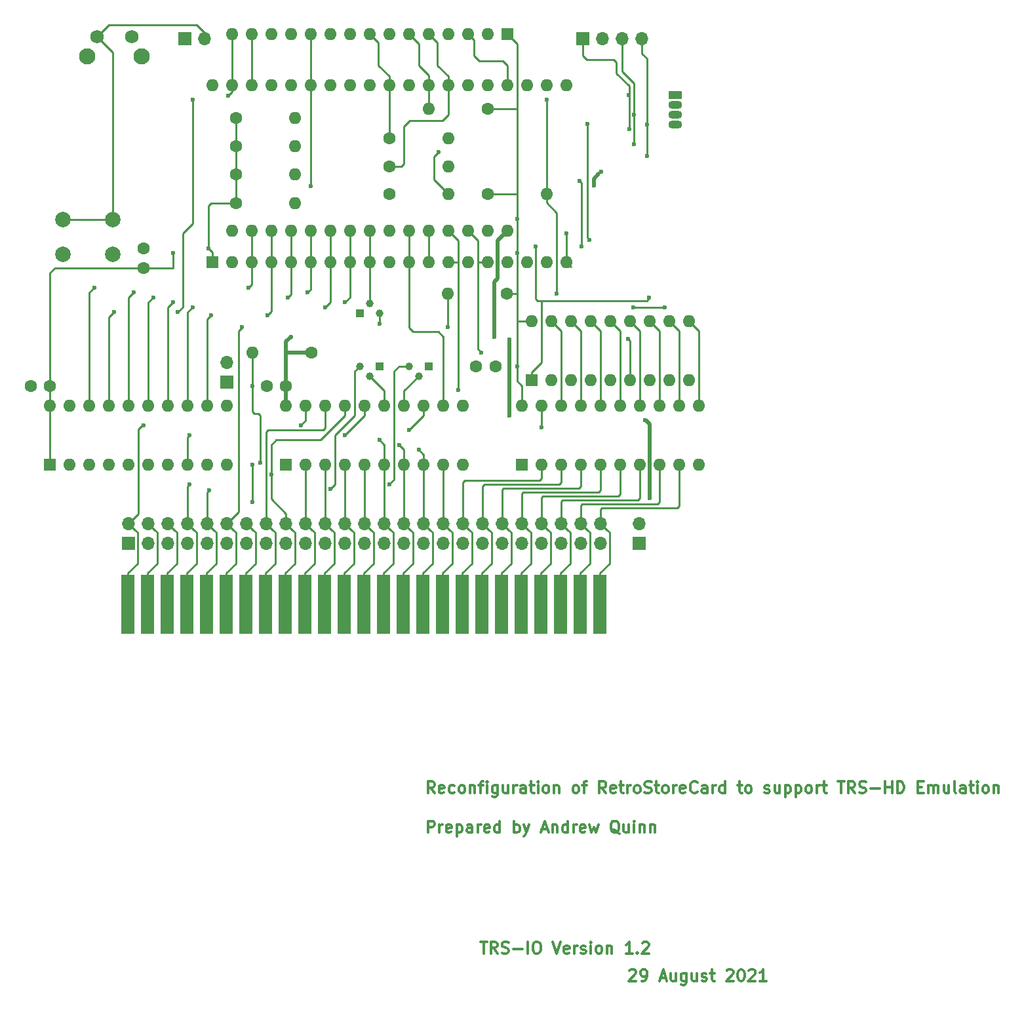
<source format=gbr>
G04 #@! TF.GenerationSoftware,KiCad,Pcbnew,(5.1.5)-3*
G04 #@! TF.CreationDate,2021-08-29T18:58:39+12:00*
G04 #@! TF.ProjectId,TRSIO,54525349-4f2e-46b6-9963-61645f706362,rev?*
G04 #@! TF.SameCoordinates,Original*
G04 #@! TF.FileFunction,Copper,L1,Top*
G04 #@! TF.FilePolarity,Positive*
%FSLAX46Y46*%
G04 Gerber Fmt 4.6, Leading zero omitted, Abs format (unit mm)*
G04 Created by KiCad (PCBNEW (5.1.5)-3) date 2021-08-29 18:58:39*
%MOMM*%
%LPD*%
G04 APERTURE LIST*
%ADD10C,0.300000*%
%ADD11R,1.600000X1.600000*%
%ADD12O,1.600000X1.600000*%
%ADD13C,1.600000*%
%ADD14R,1.800000X1.070000*%
%ADD15O,1.800000X1.070000*%
%ADD16C,1.000000*%
%ADD17R,1.000000X1.000000*%
%ADD18C,2.000000*%
%ADD19R,1.700000X1.700000*%
%ADD20O,1.700000X1.700000*%
%ADD21C,2.100000*%
%ADD22C,1.750000*%
%ADD23R,1.778000X7.620000*%
%ADD24C,0.600000*%
%ADD25C,0.250000*%
%ADD26C,0.500000*%
G04 APERTURE END LIST*
D10*
X180479285Y-169451571D02*
X179979285Y-168737285D01*
X179622142Y-169451571D02*
X179622142Y-167951571D01*
X180193571Y-167951571D01*
X180336428Y-168023000D01*
X180407857Y-168094428D01*
X180479285Y-168237285D01*
X180479285Y-168451571D01*
X180407857Y-168594428D01*
X180336428Y-168665857D01*
X180193571Y-168737285D01*
X179622142Y-168737285D01*
X181693571Y-169380142D02*
X181550714Y-169451571D01*
X181265000Y-169451571D01*
X181122142Y-169380142D01*
X181050714Y-169237285D01*
X181050714Y-168665857D01*
X181122142Y-168523000D01*
X181265000Y-168451571D01*
X181550714Y-168451571D01*
X181693571Y-168523000D01*
X181765000Y-168665857D01*
X181765000Y-168808714D01*
X181050714Y-168951571D01*
X183050714Y-169380142D02*
X182907857Y-169451571D01*
X182622142Y-169451571D01*
X182479285Y-169380142D01*
X182407857Y-169308714D01*
X182336428Y-169165857D01*
X182336428Y-168737285D01*
X182407857Y-168594428D01*
X182479285Y-168523000D01*
X182622142Y-168451571D01*
X182907857Y-168451571D01*
X183050714Y-168523000D01*
X183907857Y-169451571D02*
X183765000Y-169380142D01*
X183693571Y-169308714D01*
X183622142Y-169165857D01*
X183622142Y-168737285D01*
X183693571Y-168594428D01*
X183765000Y-168523000D01*
X183907857Y-168451571D01*
X184122142Y-168451571D01*
X184265000Y-168523000D01*
X184336428Y-168594428D01*
X184407857Y-168737285D01*
X184407857Y-169165857D01*
X184336428Y-169308714D01*
X184265000Y-169380142D01*
X184122142Y-169451571D01*
X183907857Y-169451571D01*
X185050714Y-168451571D02*
X185050714Y-169451571D01*
X185050714Y-168594428D02*
X185122142Y-168523000D01*
X185265000Y-168451571D01*
X185479285Y-168451571D01*
X185622142Y-168523000D01*
X185693571Y-168665857D01*
X185693571Y-169451571D01*
X186193571Y-168451571D02*
X186765000Y-168451571D01*
X186407857Y-169451571D02*
X186407857Y-168165857D01*
X186479285Y-168023000D01*
X186622142Y-167951571D01*
X186765000Y-167951571D01*
X187265000Y-169451571D02*
X187265000Y-168451571D01*
X187265000Y-167951571D02*
X187193571Y-168023000D01*
X187265000Y-168094428D01*
X187336428Y-168023000D01*
X187265000Y-167951571D01*
X187265000Y-168094428D01*
X188622142Y-168451571D02*
X188622142Y-169665857D01*
X188550714Y-169808714D01*
X188479285Y-169880142D01*
X188336428Y-169951571D01*
X188122142Y-169951571D01*
X187979285Y-169880142D01*
X188622142Y-169380142D02*
X188479285Y-169451571D01*
X188193571Y-169451571D01*
X188050714Y-169380142D01*
X187979285Y-169308714D01*
X187907857Y-169165857D01*
X187907857Y-168737285D01*
X187979285Y-168594428D01*
X188050714Y-168523000D01*
X188193571Y-168451571D01*
X188479285Y-168451571D01*
X188622142Y-168523000D01*
X189979285Y-168451571D02*
X189979285Y-169451571D01*
X189336428Y-168451571D02*
X189336428Y-169237285D01*
X189407857Y-169380142D01*
X189550714Y-169451571D01*
X189765000Y-169451571D01*
X189907857Y-169380142D01*
X189979285Y-169308714D01*
X190693571Y-169451571D02*
X190693571Y-168451571D01*
X190693571Y-168737285D02*
X190765000Y-168594428D01*
X190836428Y-168523000D01*
X190979285Y-168451571D01*
X191122142Y-168451571D01*
X192265000Y-169451571D02*
X192265000Y-168665857D01*
X192193571Y-168523000D01*
X192050714Y-168451571D01*
X191765000Y-168451571D01*
X191622142Y-168523000D01*
X192265000Y-169380142D02*
X192122142Y-169451571D01*
X191765000Y-169451571D01*
X191622142Y-169380142D01*
X191550714Y-169237285D01*
X191550714Y-169094428D01*
X191622142Y-168951571D01*
X191765000Y-168880142D01*
X192122142Y-168880142D01*
X192265000Y-168808714D01*
X192765000Y-168451571D02*
X193336428Y-168451571D01*
X192979285Y-167951571D02*
X192979285Y-169237285D01*
X193050714Y-169380142D01*
X193193571Y-169451571D01*
X193336428Y-169451571D01*
X193836428Y-169451571D02*
X193836428Y-168451571D01*
X193836428Y-167951571D02*
X193765000Y-168023000D01*
X193836428Y-168094428D01*
X193907857Y-168023000D01*
X193836428Y-167951571D01*
X193836428Y-168094428D01*
X194765000Y-169451571D02*
X194622142Y-169380142D01*
X194550714Y-169308714D01*
X194479285Y-169165857D01*
X194479285Y-168737285D01*
X194550714Y-168594428D01*
X194622142Y-168523000D01*
X194765000Y-168451571D01*
X194979285Y-168451571D01*
X195122142Y-168523000D01*
X195193571Y-168594428D01*
X195265000Y-168737285D01*
X195265000Y-169165857D01*
X195193571Y-169308714D01*
X195122142Y-169380142D01*
X194979285Y-169451571D01*
X194765000Y-169451571D01*
X195907857Y-168451571D02*
X195907857Y-169451571D01*
X195907857Y-168594428D02*
X195979285Y-168523000D01*
X196122142Y-168451571D01*
X196336428Y-168451571D01*
X196479285Y-168523000D01*
X196550714Y-168665857D01*
X196550714Y-169451571D01*
X198622142Y-169451571D02*
X198479285Y-169380142D01*
X198407857Y-169308714D01*
X198336428Y-169165857D01*
X198336428Y-168737285D01*
X198407857Y-168594428D01*
X198479285Y-168523000D01*
X198622142Y-168451571D01*
X198836428Y-168451571D01*
X198979285Y-168523000D01*
X199050714Y-168594428D01*
X199122142Y-168737285D01*
X199122142Y-169165857D01*
X199050714Y-169308714D01*
X198979285Y-169380142D01*
X198836428Y-169451571D01*
X198622142Y-169451571D01*
X199550714Y-168451571D02*
X200122142Y-168451571D01*
X199765000Y-169451571D02*
X199765000Y-168165857D01*
X199836428Y-168023000D01*
X199979285Y-167951571D01*
X200122142Y-167951571D01*
X202622142Y-169451571D02*
X202122142Y-168737285D01*
X201765000Y-169451571D02*
X201765000Y-167951571D01*
X202336428Y-167951571D01*
X202479285Y-168023000D01*
X202550714Y-168094428D01*
X202622142Y-168237285D01*
X202622142Y-168451571D01*
X202550714Y-168594428D01*
X202479285Y-168665857D01*
X202336428Y-168737285D01*
X201765000Y-168737285D01*
X203836428Y-169380142D02*
X203693571Y-169451571D01*
X203407857Y-169451571D01*
X203265000Y-169380142D01*
X203193571Y-169237285D01*
X203193571Y-168665857D01*
X203265000Y-168523000D01*
X203407857Y-168451571D01*
X203693571Y-168451571D01*
X203836428Y-168523000D01*
X203907857Y-168665857D01*
X203907857Y-168808714D01*
X203193571Y-168951571D01*
X204336428Y-168451571D02*
X204907857Y-168451571D01*
X204550714Y-167951571D02*
X204550714Y-169237285D01*
X204622142Y-169380142D01*
X204765000Y-169451571D01*
X204907857Y-169451571D01*
X205407857Y-169451571D02*
X205407857Y-168451571D01*
X205407857Y-168737285D02*
X205479285Y-168594428D01*
X205550714Y-168523000D01*
X205693571Y-168451571D01*
X205836428Y-168451571D01*
X206550714Y-169451571D02*
X206407857Y-169380142D01*
X206336428Y-169308714D01*
X206265000Y-169165857D01*
X206265000Y-168737285D01*
X206336428Y-168594428D01*
X206407857Y-168523000D01*
X206550714Y-168451571D01*
X206765000Y-168451571D01*
X206907857Y-168523000D01*
X206979285Y-168594428D01*
X207050714Y-168737285D01*
X207050714Y-169165857D01*
X206979285Y-169308714D01*
X206907857Y-169380142D01*
X206765000Y-169451571D01*
X206550714Y-169451571D01*
X207622142Y-169380142D02*
X207836428Y-169451571D01*
X208193571Y-169451571D01*
X208336428Y-169380142D01*
X208407857Y-169308714D01*
X208479285Y-169165857D01*
X208479285Y-169023000D01*
X208407857Y-168880142D01*
X208336428Y-168808714D01*
X208193571Y-168737285D01*
X207907857Y-168665857D01*
X207765000Y-168594428D01*
X207693571Y-168523000D01*
X207622142Y-168380142D01*
X207622142Y-168237285D01*
X207693571Y-168094428D01*
X207765000Y-168023000D01*
X207907857Y-167951571D01*
X208265000Y-167951571D01*
X208479285Y-168023000D01*
X208907857Y-168451571D02*
X209479285Y-168451571D01*
X209122142Y-167951571D02*
X209122142Y-169237285D01*
X209193571Y-169380142D01*
X209336428Y-169451571D01*
X209479285Y-169451571D01*
X210193571Y-169451571D02*
X210050714Y-169380142D01*
X209979285Y-169308714D01*
X209907857Y-169165857D01*
X209907857Y-168737285D01*
X209979285Y-168594428D01*
X210050714Y-168523000D01*
X210193571Y-168451571D01*
X210407857Y-168451571D01*
X210550714Y-168523000D01*
X210622142Y-168594428D01*
X210693571Y-168737285D01*
X210693571Y-169165857D01*
X210622142Y-169308714D01*
X210550714Y-169380142D01*
X210407857Y-169451571D01*
X210193571Y-169451571D01*
X211336428Y-169451571D02*
X211336428Y-168451571D01*
X211336428Y-168737285D02*
X211407857Y-168594428D01*
X211479285Y-168523000D01*
X211622142Y-168451571D01*
X211765000Y-168451571D01*
X212836428Y-169380142D02*
X212693571Y-169451571D01*
X212407857Y-169451571D01*
X212265000Y-169380142D01*
X212193571Y-169237285D01*
X212193571Y-168665857D01*
X212265000Y-168523000D01*
X212407857Y-168451571D01*
X212693571Y-168451571D01*
X212836428Y-168523000D01*
X212907857Y-168665857D01*
X212907857Y-168808714D01*
X212193571Y-168951571D01*
X214407857Y-169308714D02*
X214336428Y-169380142D01*
X214122142Y-169451571D01*
X213979285Y-169451571D01*
X213765000Y-169380142D01*
X213622142Y-169237285D01*
X213550714Y-169094428D01*
X213479285Y-168808714D01*
X213479285Y-168594428D01*
X213550714Y-168308714D01*
X213622142Y-168165857D01*
X213765000Y-168023000D01*
X213979285Y-167951571D01*
X214122142Y-167951571D01*
X214336428Y-168023000D01*
X214407857Y-168094428D01*
X215693571Y-169451571D02*
X215693571Y-168665857D01*
X215622142Y-168523000D01*
X215479285Y-168451571D01*
X215193571Y-168451571D01*
X215050714Y-168523000D01*
X215693571Y-169380142D02*
X215550714Y-169451571D01*
X215193571Y-169451571D01*
X215050714Y-169380142D01*
X214979285Y-169237285D01*
X214979285Y-169094428D01*
X215050714Y-168951571D01*
X215193571Y-168880142D01*
X215550714Y-168880142D01*
X215693571Y-168808714D01*
X216407857Y-169451571D02*
X216407857Y-168451571D01*
X216407857Y-168737285D02*
X216479285Y-168594428D01*
X216550714Y-168523000D01*
X216693571Y-168451571D01*
X216836428Y-168451571D01*
X217979285Y-169451571D02*
X217979285Y-167951571D01*
X217979285Y-169380142D02*
X217836428Y-169451571D01*
X217550714Y-169451571D01*
X217407857Y-169380142D01*
X217336428Y-169308714D01*
X217265000Y-169165857D01*
X217265000Y-168737285D01*
X217336428Y-168594428D01*
X217407857Y-168523000D01*
X217550714Y-168451571D01*
X217836428Y-168451571D01*
X217979285Y-168523000D01*
X219622142Y-168451571D02*
X220193571Y-168451571D01*
X219836428Y-167951571D02*
X219836428Y-169237285D01*
X219907857Y-169380142D01*
X220050714Y-169451571D01*
X220193571Y-169451571D01*
X220907857Y-169451571D02*
X220765000Y-169380142D01*
X220693571Y-169308714D01*
X220622142Y-169165857D01*
X220622142Y-168737285D01*
X220693571Y-168594428D01*
X220765000Y-168523000D01*
X220907857Y-168451571D01*
X221122142Y-168451571D01*
X221265000Y-168523000D01*
X221336428Y-168594428D01*
X221407857Y-168737285D01*
X221407857Y-169165857D01*
X221336428Y-169308714D01*
X221265000Y-169380142D01*
X221122142Y-169451571D01*
X220907857Y-169451571D01*
X223122142Y-169380142D02*
X223265000Y-169451571D01*
X223550714Y-169451571D01*
X223693571Y-169380142D01*
X223765000Y-169237285D01*
X223765000Y-169165857D01*
X223693571Y-169023000D01*
X223550714Y-168951571D01*
X223336428Y-168951571D01*
X223193571Y-168880142D01*
X223122142Y-168737285D01*
X223122142Y-168665857D01*
X223193571Y-168523000D01*
X223336428Y-168451571D01*
X223550714Y-168451571D01*
X223693571Y-168523000D01*
X225050714Y-168451571D02*
X225050714Y-169451571D01*
X224407857Y-168451571D02*
X224407857Y-169237285D01*
X224479285Y-169380142D01*
X224622142Y-169451571D01*
X224836428Y-169451571D01*
X224979285Y-169380142D01*
X225050714Y-169308714D01*
X225765000Y-168451571D02*
X225765000Y-169951571D01*
X225765000Y-168523000D02*
X225907857Y-168451571D01*
X226193571Y-168451571D01*
X226336428Y-168523000D01*
X226407857Y-168594428D01*
X226479285Y-168737285D01*
X226479285Y-169165857D01*
X226407857Y-169308714D01*
X226336428Y-169380142D01*
X226193571Y-169451571D01*
X225907857Y-169451571D01*
X225765000Y-169380142D01*
X227122142Y-168451571D02*
X227122142Y-169951571D01*
X227122142Y-168523000D02*
X227265000Y-168451571D01*
X227550714Y-168451571D01*
X227693571Y-168523000D01*
X227765000Y-168594428D01*
X227836428Y-168737285D01*
X227836428Y-169165857D01*
X227765000Y-169308714D01*
X227693571Y-169380142D01*
X227550714Y-169451571D01*
X227265000Y-169451571D01*
X227122142Y-169380142D01*
X228693571Y-169451571D02*
X228550714Y-169380142D01*
X228479285Y-169308714D01*
X228407857Y-169165857D01*
X228407857Y-168737285D01*
X228479285Y-168594428D01*
X228550714Y-168523000D01*
X228693571Y-168451571D01*
X228907857Y-168451571D01*
X229050714Y-168523000D01*
X229122142Y-168594428D01*
X229193571Y-168737285D01*
X229193571Y-169165857D01*
X229122142Y-169308714D01*
X229050714Y-169380142D01*
X228907857Y-169451571D01*
X228693571Y-169451571D01*
X229836428Y-169451571D02*
X229836428Y-168451571D01*
X229836428Y-168737285D02*
X229907857Y-168594428D01*
X229979285Y-168523000D01*
X230122142Y-168451571D01*
X230265000Y-168451571D01*
X230550714Y-168451571D02*
X231122142Y-168451571D01*
X230765000Y-167951571D02*
X230765000Y-169237285D01*
X230836428Y-169380142D01*
X230979285Y-169451571D01*
X231122142Y-169451571D01*
X232550714Y-167951571D02*
X233407857Y-167951571D01*
X232979285Y-169451571D02*
X232979285Y-167951571D01*
X234765000Y-169451571D02*
X234265000Y-168737285D01*
X233907857Y-169451571D02*
X233907857Y-167951571D01*
X234479285Y-167951571D01*
X234622142Y-168023000D01*
X234693571Y-168094428D01*
X234765000Y-168237285D01*
X234765000Y-168451571D01*
X234693571Y-168594428D01*
X234622142Y-168665857D01*
X234479285Y-168737285D01*
X233907857Y-168737285D01*
X235336428Y-169380142D02*
X235550714Y-169451571D01*
X235907857Y-169451571D01*
X236050714Y-169380142D01*
X236122142Y-169308714D01*
X236193571Y-169165857D01*
X236193571Y-169023000D01*
X236122142Y-168880142D01*
X236050714Y-168808714D01*
X235907857Y-168737285D01*
X235622142Y-168665857D01*
X235479285Y-168594428D01*
X235407857Y-168523000D01*
X235336428Y-168380142D01*
X235336428Y-168237285D01*
X235407857Y-168094428D01*
X235479285Y-168023000D01*
X235622142Y-167951571D01*
X235979285Y-167951571D01*
X236193571Y-168023000D01*
X236836428Y-168880142D02*
X237979285Y-168880142D01*
X238693571Y-169451571D02*
X238693571Y-167951571D01*
X238693571Y-168665857D02*
X239550714Y-168665857D01*
X239550714Y-169451571D02*
X239550714Y-167951571D01*
X240265000Y-169451571D02*
X240265000Y-167951571D01*
X240622142Y-167951571D01*
X240836428Y-168023000D01*
X240979285Y-168165857D01*
X241050714Y-168308714D01*
X241122142Y-168594428D01*
X241122142Y-168808714D01*
X241050714Y-169094428D01*
X240979285Y-169237285D01*
X240836428Y-169380142D01*
X240622142Y-169451571D01*
X240265000Y-169451571D01*
X242907857Y-168665857D02*
X243407857Y-168665857D01*
X243622142Y-169451571D02*
X242907857Y-169451571D01*
X242907857Y-167951571D01*
X243622142Y-167951571D01*
X244265000Y-169451571D02*
X244265000Y-168451571D01*
X244265000Y-168594428D02*
X244336428Y-168523000D01*
X244479285Y-168451571D01*
X244693571Y-168451571D01*
X244836428Y-168523000D01*
X244907857Y-168665857D01*
X244907857Y-169451571D01*
X244907857Y-168665857D02*
X244979285Y-168523000D01*
X245122142Y-168451571D01*
X245336428Y-168451571D01*
X245479285Y-168523000D01*
X245550714Y-168665857D01*
X245550714Y-169451571D01*
X246907857Y-168451571D02*
X246907857Y-169451571D01*
X246265000Y-168451571D02*
X246265000Y-169237285D01*
X246336428Y-169380142D01*
X246479285Y-169451571D01*
X246693571Y-169451571D01*
X246836428Y-169380142D01*
X246907857Y-169308714D01*
X247836428Y-169451571D02*
X247693571Y-169380142D01*
X247622142Y-169237285D01*
X247622142Y-167951571D01*
X249050714Y-169451571D02*
X249050714Y-168665857D01*
X248979285Y-168523000D01*
X248836428Y-168451571D01*
X248550714Y-168451571D01*
X248407857Y-168523000D01*
X249050714Y-169380142D02*
X248907857Y-169451571D01*
X248550714Y-169451571D01*
X248407857Y-169380142D01*
X248336428Y-169237285D01*
X248336428Y-169094428D01*
X248407857Y-168951571D01*
X248550714Y-168880142D01*
X248907857Y-168880142D01*
X249050714Y-168808714D01*
X249550714Y-168451571D02*
X250122142Y-168451571D01*
X249765000Y-167951571D02*
X249765000Y-169237285D01*
X249836428Y-169380142D01*
X249979285Y-169451571D01*
X250122142Y-169451571D01*
X250622142Y-169451571D02*
X250622142Y-168451571D01*
X250622142Y-167951571D02*
X250550714Y-168023000D01*
X250622142Y-168094428D01*
X250693571Y-168023000D01*
X250622142Y-167951571D01*
X250622142Y-168094428D01*
X251550714Y-169451571D02*
X251407857Y-169380142D01*
X251336428Y-169308714D01*
X251265000Y-169165857D01*
X251265000Y-168737285D01*
X251336428Y-168594428D01*
X251407857Y-168523000D01*
X251550714Y-168451571D01*
X251765000Y-168451571D01*
X251907857Y-168523000D01*
X251979285Y-168594428D01*
X252050714Y-168737285D01*
X252050714Y-169165857D01*
X251979285Y-169308714D01*
X251907857Y-169380142D01*
X251765000Y-169451571D01*
X251550714Y-169451571D01*
X252693571Y-168451571D02*
X252693571Y-169451571D01*
X252693571Y-168594428D02*
X252765000Y-168523000D01*
X252907857Y-168451571D01*
X253122142Y-168451571D01*
X253265000Y-168523000D01*
X253336428Y-168665857D01*
X253336428Y-169451571D01*
X179622142Y-174551571D02*
X179622142Y-173051571D01*
X180193571Y-173051571D01*
X180336428Y-173123000D01*
X180407857Y-173194428D01*
X180479285Y-173337285D01*
X180479285Y-173551571D01*
X180407857Y-173694428D01*
X180336428Y-173765857D01*
X180193571Y-173837285D01*
X179622142Y-173837285D01*
X181122142Y-174551571D02*
X181122142Y-173551571D01*
X181122142Y-173837285D02*
X181193571Y-173694428D01*
X181265000Y-173623000D01*
X181407857Y-173551571D01*
X181550714Y-173551571D01*
X182622142Y-174480142D02*
X182479285Y-174551571D01*
X182193571Y-174551571D01*
X182050714Y-174480142D01*
X181979285Y-174337285D01*
X181979285Y-173765857D01*
X182050714Y-173623000D01*
X182193571Y-173551571D01*
X182479285Y-173551571D01*
X182622142Y-173623000D01*
X182693571Y-173765857D01*
X182693571Y-173908714D01*
X181979285Y-174051571D01*
X183336428Y-173551571D02*
X183336428Y-175051571D01*
X183336428Y-173623000D02*
X183479285Y-173551571D01*
X183765000Y-173551571D01*
X183907857Y-173623000D01*
X183979285Y-173694428D01*
X184050714Y-173837285D01*
X184050714Y-174265857D01*
X183979285Y-174408714D01*
X183907857Y-174480142D01*
X183765000Y-174551571D01*
X183479285Y-174551571D01*
X183336428Y-174480142D01*
X185336428Y-174551571D02*
X185336428Y-173765857D01*
X185265000Y-173623000D01*
X185122142Y-173551571D01*
X184836428Y-173551571D01*
X184693571Y-173623000D01*
X185336428Y-174480142D02*
X185193571Y-174551571D01*
X184836428Y-174551571D01*
X184693571Y-174480142D01*
X184622142Y-174337285D01*
X184622142Y-174194428D01*
X184693571Y-174051571D01*
X184836428Y-173980142D01*
X185193571Y-173980142D01*
X185336428Y-173908714D01*
X186050714Y-174551571D02*
X186050714Y-173551571D01*
X186050714Y-173837285D02*
X186122142Y-173694428D01*
X186193571Y-173623000D01*
X186336428Y-173551571D01*
X186479285Y-173551571D01*
X187550714Y-174480142D02*
X187407857Y-174551571D01*
X187122142Y-174551571D01*
X186979285Y-174480142D01*
X186907857Y-174337285D01*
X186907857Y-173765857D01*
X186979285Y-173623000D01*
X187122142Y-173551571D01*
X187407857Y-173551571D01*
X187550714Y-173623000D01*
X187622142Y-173765857D01*
X187622142Y-173908714D01*
X186907857Y-174051571D01*
X188907857Y-174551571D02*
X188907857Y-173051571D01*
X188907857Y-174480142D02*
X188765000Y-174551571D01*
X188479285Y-174551571D01*
X188336428Y-174480142D01*
X188265000Y-174408714D01*
X188193571Y-174265857D01*
X188193571Y-173837285D01*
X188265000Y-173694428D01*
X188336428Y-173623000D01*
X188479285Y-173551571D01*
X188765000Y-173551571D01*
X188907857Y-173623000D01*
X190765000Y-174551571D02*
X190765000Y-173051571D01*
X190765000Y-173623000D02*
X190907857Y-173551571D01*
X191193571Y-173551571D01*
X191336428Y-173623000D01*
X191407857Y-173694428D01*
X191479285Y-173837285D01*
X191479285Y-174265857D01*
X191407857Y-174408714D01*
X191336428Y-174480142D01*
X191193571Y-174551571D01*
X190907857Y-174551571D01*
X190765000Y-174480142D01*
X191979285Y-173551571D02*
X192336428Y-174551571D01*
X192693571Y-173551571D02*
X192336428Y-174551571D01*
X192193571Y-174908714D01*
X192122142Y-174980142D01*
X191979285Y-175051571D01*
X194336428Y-174123000D02*
X195050714Y-174123000D01*
X194193571Y-174551571D02*
X194693571Y-173051571D01*
X195193571Y-174551571D01*
X195693571Y-173551571D02*
X195693571Y-174551571D01*
X195693571Y-173694428D02*
X195765000Y-173623000D01*
X195907857Y-173551571D01*
X196122142Y-173551571D01*
X196265000Y-173623000D01*
X196336428Y-173765857D01*
X196336428Y-174551571D01*
X197693571Y-174551571D02*
X197693571Y-173051571D01*
X197693571Y-174480142D02*
X197550714Y-174551571D01*
X197265000Y-174551571D01*
X197122142Y-174480142D01*
X197050714Y-174408714D01*
X196979285Y-174265857D01*
X196979285Y-173837285D01*
X197050714Y-173694428D01*
X197122142Y-173623000D01*
X197265000Y-173551571D01*
X197550714Y-173551571D01*
X197693571Y-173623000D01*
X198407857Y-174551571D02*
X198407857Y-173551571D01*
X198407857Y-173837285D02*
X198479285Y-173694428D01*
X198550714Y-173623000D01*
X198693571Y-173551571D01*
X198836428Y-173551571D01*
X199907857Y-174480142D02*
X199765000Y-174551571D01*
X199479285Y-174551571D01*
X199336428Y-174480142D01*
X199265000Y-174337285D01*
X199265000Y-173765857D01*
X199336428Y-173623000D01*
X199479285Y-173551571D01*
X199765000Y-173551571D01*
X199907857Y-173623000D01*
X199979285Y-173765857D01*
X199979285Y-173908714D01*
X199265000Y-174051571D01*
X200479285Y-173551571D02*
X200765000Y-174551571D01*
X201050714Y-173837285D01*
X201336428Y-174551571D01*
X201622142Y-173551571D01*
X204336428Y-174694428D02*
X204193571Y-174623000D01*
X204050714Y-174480142D01*
X203836428Y-174265857D01*
X203693571Y-174194428D01*
X203550714Y-174194428D01*
X203622142Y-174551571D02*
X203479285Y-174480142D01*
X203336428Y-174337285D01*
X203265000Y-174051571D01*
X203265000Y-173551571D01*
X203336428Y-173265857D01*
X203479285Y-173123000D01*
X203622142Y-173051571D01*
X203907857Y-173051571D01*
X204050714Y-173123000D01*
X204193571Y-173265857D01*
X204265000Y-173551571D01*
X204265000Y-174051571D01*
X204193571Y-174337285D01*
X204050714Y-174480142D01*
X203907857Y-174551571D01*
X203622142Y-174551571D01*
X205550714Y-173551571D02*
X205550714Y-174551571D01*
X204907857Y-173551571D02*
X204907857Y-174337285D01*
X204979285Y-174480142D01*
X205122142Y-174551571D01*
X205336428Y-174551571D01*
X205479285Y-174480142D01*
X205550714Y-174408714D01*
X206265000Y-174551571D02*
X206265000Y-173551571D01*
X206265000Y-173051571D02*
X206193571Y-173123000D01*
X206265000Y-173194428D01*
X206336428Y-173123000D01*
X206265000Y-173051571D01*
X206265000Y-173194428D01*
X206979285Y-173551571D02*
X206979285Y-174551571D01*
X206979285Y-173694428D02*
X207050714Y-173623000D01*
X207193571Y-173551571D01*
X207407857Y-173551571D01*
X207550714Y-173623000D01*
X207622142Y-173765857D01*
X207622142Y-174551571D01*
X208336428Y-173551571D02*
X208336428Y-174551571D01*
X208336428Y-173694428D02*
X208407857Y-173623000D01*
X208550714Y-173551571D01*
X208765000Y-173551571D01*
X208907857Y-173623000D01*
X208979285Y-173765857D01*
X208979285Y-174551571D01*
X205645857Y-192361428D02*
X205717285Y-192290000D01*
X205860142Y-192218571D01*
X206217285Y-192218571D01*
X206360142Y-192290000D01*
X206431571Y-192361428D01*
X206503000Y-192504285D01*
X206503000Y-192647142D01*
X206431571Y-192861428D01*
X205574428Y-193718571D01*
X206503000Y-193718571D01*
X207217285Y-193718571D02*
X207503000Y-193718571D01*
X207645857Y-193647142D01*
X207717285Y-193575714D01*
X207860142Y-193361428D01*
X207931571Y-193075714D01*
X207931571Y-192504285D01*
X207860142Y-192361428D01*
X207788714Y-192290000D01*
X207645857Y-192218571D01*
X207360142Y-192218571D01*
X207217285Y-192290000D01*
X207145857Y-192361428D01*
X207074428Y-192504285D01*
X207074428Y-192861428D01*
X207145857Y-193004285D01*
X207217285Y-193075714D01*
X207360142Y-193147142D01*
X207645857Y-193147142D01*
X207788714Y-193075714D01*
X207860142Y-193004285D01*
X207931571Y-192861428D01*
X209645857Y-193290000D02*
X210360142Y-193290000D01*
X209503000Y-193718571D02*
X210003000Y-192218571D01*
X210503000Y-193718571D01*
X211645857Y-192718571D02*
X211645857Y-193718571D01*
X211003000Y-192718571D02*
X211003000Y-193504285D01*
X211074428Y-193647142D01*
X211217285Y-193718571D01*
X211431571Y-193718571D01*
X211574428Y-193647142D01*
X211645857Y-193575714D01*
X213003000Y-192718571D02*
X213003000Y-193932857D01*
X212931571Y-194075714D01*
X212860142Y-194147142D01*
X212717285Y-194218571D01*
X212503000Y-194218571D01*
X212360142Y-194147142D01*
X213003000Y-193647142D02*
X212860142Y-193718571D01*
X212574428Y-193718571D01*
X212431571Y-193647142D01*
X212360142Y-193575714D01*
X212288714Y-193432857D01*
X212288714Y-193004285D01*
X212360142Y-192861428D01*
X212431571Y-192790000D01*
X212574428Y-192718571D01*
X212860142Y-192718571D01*
X213003000Y-192790000D01*
X214360142Y-192718571D02*
X214360142Y-193718571D01*
X213717285Y-192718571D02*
X213717285Y-193504285D01*
X213788714Y-193647142D01*
X213931571Y-193718571D01*
X214145857Y-193718571D01*
X214288714Y-193647142D01*
X214360142Y-193575714D01*
X215003000Y-193647142D02*
X215145857Y-193718571D01*
X215431571Y-193718571D01*
X215574428Y-193647142D01*
X215645857Y-193504285D01*
X215645857Y-193432857D01*
X215574428Y-193290000D01*
X215431571Y-193218571D01*
X215217285Y-193218571D01*
X215074428Y-193147142D01*
X215003000Y-193004285D01*
X215003000Y-192932857D01*
X215074428Y-192790000D01*
X215217285Y-192718571D01*
X215431571Y-192718571D01*
X215574428Y-192790000D01*
X216074428Y-192718571D02*
X216645857Y-192718571D01*
X216288714Y-192218571D02*
X216288714Y-193504285D01*
X216360142Y-193647142D01*
X216503000Y-193718571D01*
X216645857Y-193718571D01*
X218217285Y-192361428D02*
X218288714Y-192290000D01*
X218431571Y-192218571D01*
X218788714Y-192218571D01*
X218931571Y-192290000D01*
X219003000Y-192361428D01*
X219074428Y-192504285D01*
X219074428Y-192647142D01*
X219003000Y-192861428D01*
X218145857Y-193718571D01*
X219074428Y-193718571D01*
X220003000Y-192218571D02*
X220145857Y-192218571D01*
X220288714Y-192290000D01*
X220360142Y-192361428D01*
X220431571Y-192504285D01*
X220503000Y-192790000D01*
X220503000Y-193147142D01*
X220431571Y-193432857D01*
X220360142Y-193575714D01*
X220288714Y-193647142D01*
X220145857Y-193718571D01*
X220003000Y-193718571D01*
X219860142Y-193647142D01*
X219788714Y-193575714D01*
X219717285Y-193432857D01*
X219645857Y-193147142D01*
X219645857Y-192790000D01*
X219717285Y-192504285D01*
X219788714Y-192361428D01*
X219860142Y-192290000D01*
X220003000Y-192218571D01*
X221074428Y-192361428D02*
X221145857Y-192290000D01*
X221288714Y-192218571D01*
X221645857Y-192218571D01*
X221788714Y-192290000D01*
X221860142Y-192361428D01*
X221931571Y-192504285D01*
X221931571Y-192647142D01*
X221860142Y-192861428D01*
X221003000Y-193718571D01*
X221931571Y-193718571D01*
X223360142Y-193718571D02*
X222503000Y-193718571D01*
X222931571Y-193718571D02*
X222931571Y-192218571D01*
X222788714Y-192432857D01*
X222645857Y-192575714D01*
X222503000Y-192647142D01*
X186393714Y-188662571D02*
X187250857Y-188662571D01*
X186822285Y-190162571D02*
X186822285Y-188662571D01*
X188608000Y-190162571D02*
X188108000Y-189448285D01*
X187750857Y-190162571D02*
X187750857Y-188662571D01*
X188322285Y-188662571D01*
X188465142Y-188734000D01*
X188536571Y-188805428D01*
X188608000Y-188948285D01*
X188608000Y-189162571D01*
X188536571Y-189305428D01*
X188465142Y-189376857D01*
X188322285Y-189448285D01*
X187750857Y-189448285D01*
X189179428Y-190091142D02*
X189393714Y-190162571D01*
X189750857Y-190162571D01*
X189893714Y-190091142D01*
X189965142Y-190019714D01*
X190036571Y-189876857D01*
X190036571Y-189734000D01*
X189965142Y-189591142D01*
X189893714Y-189519714D01*
X189750857Y-189448285D01*
X189465142Y-189376857D01*
X189322285Y-189305428D01*
X189250857Y-189234000D01*
X189179428Y-189091142D01*
X189179428Y-188948285D01*
X189250857Y-188805428D01*
X189322285Y-188734000D01*
X189465142Y-188662571D01*
X189822285Y-188662571D01*
X190036571Y-188734000D01*
X190679428Y-189591142D02*
X191822285Y-189591142D01*
X192536571Y-190162571D02*
X192536571Y-188662571D01*
X193536571Y-188662571D02*
X193822285Y-188662571D01*
X193965142Y-188734000D01*
X194108000Y-188876857D01*
X194179428Y-189162571D01*
X194179428Y-189662571D01*
X194108000Y-189948285D01*
X193965142Y-190091142D01*
X193822285Y-190162571D01*
X193536571Y-190162571D01*
X193393714Y-190091142D01*
X193250857Y-189948285D01*
X193179428Y-189662571D01*
X193179428Y-189162571D01*
X193250857Y-188876857D01*
X193393714Y-188734000D01*
X193536571Y-188662571D01*
X195750857Y-188662571D02*
X196250857Y-190162571D01*
X196750857Y-188662571D01*
X197822285Y-190091142D02*
X197679428Y-190162571D01*
X197393714Y-190162571D01*
X197250857Y-190091142D01*
X197179428Y-189948285D01*
X197179428Y-189376857D01*
X197250857Y-189234000D01*
X197393714Y-189162571D01*
X197679428Y-189162571D01*
X197822285Y-189234000D01*
X197893714Y-189376857D01*
X197893714Y-189519714D01*
X197179428Y-189662571D01*
X198536571Y-190162571D02*
X198536571Y-189162571D01*
X198536571Y-189448285D02*
X198608000Y-189305428D01*
X198679428Y-189234000D01*
X198822285Y-189162571D01*
X198965142Y-189162571D01*
X199393714Y-190091142D02*
X199536571Y-190162571D01*
X199822285Y-190162571D01*
X199965142Y-190091142D01*
X200036571Y-189948285D01*
X200036571Y-189876857D01*
X199965142Y-189734000D01*
X199822285Y-189662571D01*
X199608000Y-189662571D01*
X199465142Y-189591142D01*
X199393714Y-189448285D01*
X199393714Y-189376857D01*
X199465142Y-189234000D01*
X199608000Y-189162571D01*
X199822285Y-189162571D01*
X199965142Y-189234000D01*
X200679428Y-190162571D02*
X200679428Y-189162571D01*
X200679428Y-188662571D02*
X200608000Y-188734000D01*
X200679428Y-188805428D01*
X200750857Y-188734000D01*
X200679428Y-188662571D01*
X200679428Y-188805428D01*
X201608000Y-190162571D02*
X201465142Y-190091142D01*
X201393714Y-190019714D01*
X201322285Y-189876857D01*
X201322285Y-189448285D01*
X201393714Y-189305428D01*
X201465142Y-189234000D01*
X201608000Y-189162571D01*
X201822285Y-189162571D01*
X201965142Y-189234000D01*
X202036571Y-189305428D01*
X202108000Y-189448285D01*
X202108000Y-189876857D01*
X202036571Y-190019714D01*
X201965142Y-190091142D01*
X201822285Y-190162571D01*
X201608000Y-190162571D01*
X202750857Y-189162571D02*
X202750857Y-190162571D01*
X202750857Y-189305428D02*
X202822285Y-189234000D01*
X202965142Y-189162571D01*
X203179428Y-189162571D01*
X203322285Y-189234000D01*
X203393714Y-189376857D01*
X203393714Y-190162571D01*
X206036571Y-190162571D02*
X205179428Y-190162571D01*
X205608000Y-190162571D02*
X205608000Y-188662571D01*
X205465142Y-188876857D01*
X205322285Y-189019714D01*
X205179428Y-189091142D01*
X206679428Y-190019714D02*
X206750857Y-190091142D01*
X206679428Y-190162571D01*
X206608000Y-190091142D01*
X206679428Y-190019714D01*
X206679428Y-190162571D01*
X207322285Y-188805428D02*
X207393714Y-188734000D01*
X207536571Y-188662571D01*
X207893714Y-188662571D01*
X208036571Y-188734000D01*
X208108000Y-188805428D01*
X208179428Y-188948285D01*
X208179428Y-189091142D01*
X208108000Y-189305428D01*
X207250857Y-190162571D01*
X208179428Y-190162571D01*
D11*
X189865000Y-71374000D03*
D12*
X187325000Y-71374000D03*
X184785000Y-71374000D03*
X182245000Y-71374000D03*
X179705000Y-71374000D03*
X177165000Y-71374000D03*
X154305000Y-96774000D03*
X174625000Y-71374000D03*
X156845000Y-96774000D03*
X172085000Y-71374000D03*
X159385000Y-96774000D03*
X169545000Y-71374000D03*
X161925000Y-96774000D03*
X167005000Y-71374000D03*
X164465000Y-96774000D03*
X164465000Y-71374000D03*
X167005000Y-96774000D03*
X161925000Y-71374000D03*
X169545000Y-96774000D03*
X159385000Y-71374000D03*
X172085000Y-96774000D03*
X156845000Y-71374000D03*
X174625000Y-96774000D03*
X154305000Y-71374000D03*
X177165000Y-96774000D03*
X179705000Y-96774000D03*
X182245000Y-96774000D03*
X184785000Y-96774000D03*
X187325000Y-96774000D03*
X189865000Y-96774000D03*
D13*
X130810000Y-116840000D03*
X128310000Y-116840000D03*
X161290000Y-116840000D03*
X158790000Y-116840000D03*
X188341000Y-114300000D03*
X185841000Y-114300000D03*
X142875000Y-101600000D03*
X142875000Y-99100000D03*
D14*
X211582000Y-79311500D03*
D15*
X211582000Y-80581500D03*
X211582000Y-81851500D03*
X211582000Y-83121500D03*
D16*
X172085000Y-106172000D03*
X173355000Y-107442000D03*
D17*
X170815000Y-107442000D03*
D16*
X172085000Y-115570000D03*
X170815000Y-114300000D03*
D17*
X173355000Y-114300000D03*
D16*
X178435000Y-115570000D03*
X177165000Y-114300000D03*
D17*
X179705000Y-114300000D03*
D13*
X174625000Y-84899500D03*
D12*
X182245000Y-84899500D03*
D13*
X174625000Y-88519000D03*
D12*
X182245000Y-88519000D03*
D13*
X174625000Y-92075000D03*
D12*
X182245000Y-92075000D03*
D18*
X132461000Y-99877000D03*
X132461000Y-95377000D03*
X138961000Y-99877000D03*
X138961000Y-95377000D03*
D11*
X191770000Y-127000000D03*
D12*
X214630000Y-119380000D03*
X194310000Y-127000000D03*
X212090000Y-119380000D03*
X196850000Y-127000000D03*
X209550000Y-119380000D03*
X199390000Y-127000000D03*
X207010000Y-119380000D03*
X201930000Y-127000000D03*
X204470000Y-119380000D03*
X204470000Y-127000000D03*
X201930000Y-119380000D03*
X207010000Y-127000000D03*
X199390000Y-119380000D03*
X209550000Y-127000000D03*
X196850000Y-119380000D03*
X212090000Y-127000000D03*
X194310000Y-119380000D03*
X214630000Y-127000000D03*
X191770000Y-119380000D03*
D11*
X161290000Y-127000000D03*
D12*
X184150000Y-119380000D03*
X163830000Y-127000000D03*
X181610000Y-119380000D03*
X166370000Y-127000000D03*
X179070000Y-119380000D03*
X168910000Y-127000000D03*
X176530000Y-119380000D03*
X171450000Y-127000000D03*
X173990000Y-119380000D03*
X173990000Y-127000000D03*
X171450000Y-119380000D03*
X176530000Y-127000000D03*
X168910000Y-119380000D03*
X179070000Y-127000000D03*
X166370000Y-119380000D03*
X181610000Y-127000000D03*
X163830000Y-119380000D03*
X184150000Y-127000000D03*
X161290000Y-119380000D03*
D11*
X130810000Y-127000000D03*
D12*
X153670000Y-119380000D03*
X133350000Y-127000000D03*
X151130000Y-119380000D03*
X135890000Y-127000000D03*
X148590000Y-119380000D03*
X138430000Y-127000000D03*
X146050000Y-119380000D03*
X140970000Y-127000000D03*
X143510000Y-119380000D03*
X143510000Y-127000000D03*
X140970000Y-119380000D03*
X146050000Y-127000000D03*
X138430000Y-119380000D03*
X148590000Y-127000000D03*
X135890000Y-119380000D03*
X151130000Y-127000000D03*
X133350000Y-119380000D03*
X153670000Y-127000000D03*
X130810000Y-119380000D03*
D19*
X140970000Y-137160000D03*
D20*
X140970000Y-134620000D03*
X143510000Y-137160000D03*
X143510000Y-134620000D03*
X146050000Y-137160000D03*
X146050000Y-134620000D03*
X148590000Y-137160000D03*
X148590000Y-134620000D03*
X151130000Y-137160000D03*
X151130000Y-134620000D03*
X153670000Y-137160000D03*
X153670000Y-134620000D03*
X156210000Y-137160000D03*
X156210000Y-134620000D03*
X158750000Y-137160000D03*
X158750000Y-134620000D03*
X161290000Y-137160000D03*
X161290000Y-134620000D03*
X163830000Y-137160000D03*
X163830000Y-134620000D03*
X166370000Y-137160000D03*
X166370000Y-134620000D03*
X168910000Y-137160000D03*
X168910000Y-134620000D03*
X171450000Y-137160000D03*
X171450000Y-134620000D03*
X173990000Y-137160000D03*
X173990000Y-134620000D03*
X176530000Y-137160000D03*
X176530000Y-134620000D03*
X179070000Y-137160000D03*
X179070000Y-134620000D03*
X181610000Y-137160000D03*
X181610000Y-134620000D03*
X184150000Y-137160000D03*
X184150000Y-134620000D03*
X186690000Y-137160000D03*
X186690000Y-134620000D03*
X189230000Y-137160000D03*
X189230000Y-134620000D03*
X191770000Y-137160000D03*
X191770000Y-134620000D03*
X194310000Y-137160000D03*
X194310000Y-134620000D03*
X196850000Y-137160000D03*
X196850000Y-134620000D03*
X199390000Y-137160000D03*
X199390000Y-134620000D03*
X201930000Y-137160000D03*
X201930000Y-134620000D03*
D11*
X151765000Y-100838000D03*
D12*
X154305000Y-100838000D03*
X197485000Y-77978000D03*
X156845000Y-100838000D03*
X194945000Y-77978000D03*
X159385000Y-100838000D03*
X192405000Y-77978000D03*
X161925000Y-100838000D03*
X189865000Y-77978000D03*
X164465000Y-100838000D03*
X187325000Y-77978000D03*
X167005000Y-100838000D03*
X184785000Y-77978000D03*
X169545000Y-100838000D03*
X182245000Y-77978000D03*
X172085000Y-100838000D03*
X179705000Y-77978000D03*
X174625000Y-100838000D03*
X177165000Y-77978000D03*
X177165000Y-100838000D03*
X174625000Y-77978000D03*
X179705000Y-100838000D03*
X172085000Y-77978000D03*
X182245000Y-100838000D03*
X169545000Y-77978000D03*
X184785000Y-100838000D03*
X167005000Y-77978000D03*
X187325000Y-100838000D03*
X164465000Y-77978000D03*
X189865000Y-100838000D03*
X161925000Y-77978000D03*
X192405000Y-100838000D03*
X159385000Y-77978000D03*
X194945000Y-100838000D03*
X156845000Y-77978000D03*
X197485000Y-100838000D03*
X154305000Y-77978000D03*
X151828500Y-77978000D03*
D19*
X206883000Y-137160000D03*
D20*
X206883000Y-134620000D03*
D19*
X148209000Y-72009000D03*
D20*
X150749000Y-72009000D03*
D19*
X199644000Y-72009000D03*
D20*
X202184000Y-72009000D03*
X204724000Y-72009000D03*
X207264000Y-72009000D03*
D21*
X142666000Y-74245000D03*
D22*
X141406000Y-71755000D03*
X136906000Y-71755000D03*
D21*
X135656000Y-74245000D03*
D19*
X153670000Y-116332000D03*
D20*
X153670000Y-113792000D03*
D13*
X164592000Y-112522000D03*
D12*
X156972000Y-112522000D03*
D23*
X201866500Y-145097500D03*
X199326500Y-145097500D03*
X196786500Y-145097500D03*
X194246500Y-145097500D03*
X191706500Y-145097500D03*
X189166500Y-145097500D03*
X186626500Y-145097500D03*
X184086500Y-145097500D03*
X181546500Y-145097500D03*
X179006500Y-145097500D03*
X176466500Y-145097500D03*
X173926500Y-145097500D03*
X171386500Y-145097500D03*
X168846500Y-145097500D03*
X166306500Y-145097500D03*
X163766500Y-145097500D03*
X161226500Y-145097500D03*
X158686500Y-145097500D03*
X156146500Y-145097500D03*
X153606500Y-145097500D03*
X151066500Y-145097500D03*
X148526500Y-145097500D03*
X145986500Y-145097500D03*
X143446500Y-145097500D03*
X140906500Y-145097500D03*
D13*
X189801500Y-104965500D03*
D12*
X182181500Y-104965500D03*
X162433000Y-89535000D03*
D13*
X154813000Y-89535000D03*
X154813000Y-93218000D03*
D12*
X162433000Y-93218000D03*
X194945000Y-92075000D03*
D13*
X187325000Y-92075000D03*
X154813000Y-85852000D03*
D12*
X162433000Y-85852000D03*
X162433000Y-82232500D03*
D13*
X154813000Y-82232500D03*
D12*
X193040000Y-108521500D03*
X213360000Y-116141500D03*
X195580000Y-108521500D03*
X210820000Y-116141500D03*
X198120000Y-108521500D03*
X208280000Y-116141500D03*
X200660000Y-108521500D03*
X205740000Y-116141500D03*
X203200000Y-108521500D03*
X203200000Y-116141500D03*
X205740000Y-108521500D03*
X200660000Y-116141500D03*
X208280000Y-108521500D03*
X198120000Y-116141500D03*
X210820000Y-108521500D03*
X195580000Y-116141500D03*
X213360000Y-108521500D03*
D11*
X193040000Y-116141500D03*
D12*
X179705000Y-81089500D03*
D13*
X187325000Y-81089500D03*
D24*
X191135000Y-99695000D03*
X151257000Y-99060000D03*
X146685000Y-99695000D03*
X191135000Y-95313500D03*
X191135000Y-114300000D03*
X156972000Y-131826000D03*
X156972000Y-127000000D03*
X201993500Y-89154000D03*
X201041000Y-90932000D03*
X178435000Y-125095000D03*
X175895000Y-124460000D03*
X173355000Y-123825000D03*
X164465000Y-91059000D03*
X156464000Y-104140000D03*
X136525000Y-104140000D03*
X161544000Y-105410000D03*
X144145000Y-105410000D03*
X164084000Y-104775000D03*
X141605000Y-104775000D03*
X166370000Y-106680000D03*
X149225000Y-106680000D03*
X168910000Y-106045000D03*
X146685000Y-106045000D03*
X149225000Y-79883000D03*
X153797000Y-79375000D03*
X139065000Y-107315000D03*
X147320000Y-107315000D03*
X194310000Y-122174000D03*
X177165000Y-122555000D03*
X151638000Y-107696000D03*
X158877000Y-107696000D03*
X168910000Y-123190000D03*
X148844000Y-123190000D03*
X207645000Y-121285000D03*
X208280000Y-131318000D03*
X197485000Y-97155000D03*
X188214000Y-110490000D03*
X161925000Y-110490000D03*
X190119000Y-110871000D03*
X190119000Y-120713500D03*
X205613000Y-83693000D03*
X205549500Y-79311500D03*
X206248000Y-81851500D03*
X206248000Y-85598000D03*
X180975000Y-86677500D03*
X207899000Y-83121500D03*
X207899000Y-87185500D03*
X157988000Y-126746000D03*
X156972000Y-116840000D03*
X142875000Y-121920000D03*
X163195000Y-121920000D03*
X148844000Y-129540000D03*
X174625000Y-129540000D03*
X151384000Y-130302000D03*
X167005000Y-130175000D03*
X155575000Y-109220000D03*
X173355000Y-108839000D03*
X159385000Y-128270000D03*
X199453500Y-98806000D03*
X199199500Y-90360500D03*
X200215500Y-82994500D03*
X200469500Y-97980500D03*
X186499500Y-112522000D03*
X208216500Y-105410000D03*
X193548000Y-98806000D03*
X183515000Y-117411500D03*
X205486000Y-110807500D03*
X182181500Y-109283500D03*
X194945000Y-79883000D03*
X196278500Y-104902000D03*
X206184500Y-106680000D03*
X210248500Y-106680000D03*
D25*
X191135000Y-72644000D02*
X189865000Y-71374000D01*
X191135000Y-116205000D02*
X191770000Y-116840000D01*
X151765000Y-100838000D02*
X151765000Y-99568000D01*
X151765000Y-99568000D02*
X151257000Y-99060000D01*
X146685000Y-101600000D02*
X146685000Y-99695000D01*
X142875000Y-101600000D02*
X131445000Y-101600000D01*
X130810000Y-102235000D02*
X130810000Y-116840000D01*
X131445000Y-101600000D02*
X130810000Y-102235000D01*
X130810000Y-116840000D02*
X130810000Y-119380000D01*
X130810000Y-119380000D02*
X130810000Y-127000000D01*
X191770000Y-116840000D02*
X191770000Y-119380000D01*
X146685000Y-101600000D02*
X142875000Y-101600000D01*
X191135000Y-109220000D02*
X191135000Y-114300000D01*
X191135000Y-114300000D02*
X191135000Y-114300000D01*
X191845130Y-108458000D02*
X191135000Y-108458000D01*
X193040000Y-108521500D02*
X191908630Y-108521500D01*
X191908630Y-108521500D02*
X191845130Y-108458000D01*
X191135000Y-108458000D02*
X191135000Y-109220000D01*
X191135000Y-99695000D02*
X191135000Y-95313500D01*
X191135000Y-114300000D02*
X191135000Y-116205000D01*
X188456370Y-81089500D02*
X191135000Y-81089500D01*
X187325000Y-81089500D02*
X188456370Y-81089500D01*
X191135000Y-81089500D02*
X191135000Y-72644000D01*
X187325000Y-92075000D02*
X191135000Y-92075000D01*
X191135000Y-95313500D02*
X191135000Y-92075000D01*
X191135000Y-92075000D02*
X191135000Y-81089500D01*
X151257000Y-99060000D02*
X151257000Y-93599000D01*
X151638000Y-93218000D02*
X154813000Y-93218000D01*
X151257000Y-93599000D02*
X151638000Y-93218000D01*
X189801500Y-104965500D02*
X191135000Y-104965500D01*
X191135000Y-99695000D02*
X191135000Y-104965500D01*
X191135000Y-104965500D02*
X191135000Y-108458000D01*
X154813000Y-89535000D02*
X154813000Y-93218000D01*
X154813000Y-83363870D02*
X154813000Y-85852000D01*
X154813000Y-82232500D02*
X154813000Y-83363870D01*
X154813000Y-86983370D02*
X154813000Y-89535000D01*
X154813000Y-85852000D02*
X154813000Y-86983370D01*
X156972000Y-127000000D02*
X156972000Y-131826000D01*
X201993500Y-89154000D02*
X201693501Y-89453999D01*
D26*
X201693501Y-89453999D02*
X201041000Y-90106500D01*
X201041000Y-90106500D02*
X201041000Y-90932000D01*
D25*
X181610000Y-127000000D02*
X181610000Y-134620000D01*
X182459999Y-135469999D02*
X181610000Y-134620000D01*
X182785001Y-139798999D02*
X182785001Y-135795001D01*
X181546500Y-141037500D02*
X182785001Y-139798999D01*
X182785001Y-135795001D02*
X182459999Y-135469999D01*
X181546500Y-145097500D02*
X181546500Y-141037500D01*
X179070000Y-127000000D02*
X179070000Y-134620000D01*
X179070000Y-125730000D02*
X178435000Y-125095000D01*
X179070000Y-127000000D02*
X179070000Y-125730000D01*
X179919999Y-135469999D02*
X179070000Y-134620000D01*
X180245001Y-135795001D02*
X179919999Y-135469999D01*
X180245001Y-139798999D02*
X180245001Y-135795001D01*
X179006500Y-141037500D02*
X180245001Y-139798999D01*
X179006500Y-145097500D02*
X179006500Y-141037500D01*
X176530000Y-127000000D02*
X176530000Y-134620000D01*
X176530000Y-125095000D02*
X175895000Y-124460000D01*
X176530000Y-125095000D02*
X176530000Y-127000000D01*
X177379999Y-135469999D02*
X176530000Y-134620000D01*
X177705001Y-135795001D02*
X177379999Y-135469999D01*
X177705001Y-139798999D02*
X177705001Y-135795001D01*
X176466500Y-141037500D02*
X177705001Y-139798999D01*
X176466500Y-145097500D02*
X176466500Y-141037500D01*
X173990000Y-127000000D02*
X173990000Y-134620000D01*
X173990000Y-124460000D02*
X173355000Y-123825000D01*
X173990000Y-124460000D02*
X173990000Y-127000000D01*
X174839999Y-135469999D02*
X173990000Y-134620000D01*
X175165001Y-135795001D02*
X174839999Y-135469999D01*
X173926500Y-141037500D02*
X175165001Y-139798999D01*
X175165001Y-139798999D02*
X175165001Y-135795001D01*
X173926500Y-145097500D02*
X173926500Y-141037500D01*
X172085000Y-100838000D02*
X172085000Y-106172000D01*
X172085000Y-96774000D02*
X172085000Y-100838000D01*
X172085000Y-115570000D02*
X173990000Y-117475000D01*
X173990000Y-117475000D02*
X173990000Y-119380000D01*
X178435000Y-115570000D02*
X176530000Y-117475000D01*
X176530000Y-117475000D02*
X176530000Y-119380000D01*
X174625000Y-77978000D02*
X174625000Y-76835000D01*
X173228000Y-75438000D02*
X173228000Y-72517000D01*
X173228000Y-72517000D02*
X172085000Y-71374000D01*
X174625000Y-76835000D02*
X173228000Y-75438000D01*
X174625000Y-83502500D02*
X174625000Y-84899500D01*
X174625000Y-83502500D02*
X174625000Y-83693000D01*
X174625000Y-77978000D02*
X174625000Y-83502500D01*
X182245000Y-77978000D02*
X182245000Y-76835000D01*
X180848000Y-75438000D02*
X180848000Y-72517000D01*
X180848000Y-72517000D02*
X179705000Y-71374000D01*
X182245000Y-76835000D02*
X180848000Y-75438000D01*
X176530000Y-88138000D02*
X176149000Y-88519000D01*
X182245000Y-81788000D02*
X181483000Y-82550000D01*
X182245000Y-77978000D02*
X182245000Y-81788000D01*
X176149000Y-88519000D02*
X174625000Y-88519000D01*
X181483000Y-82550000D02*
X177292000Y-82550000D01*
X176530000Y-83312000D02*
X176530000Y-88138000D01*
X177292000Y-82550000D02*
X176530000Y-83312000D01*
X164465000Y-91059000D02*
X164465000Y-89916000D01*
X164465000Y-71374000D02*
X164465000Y-77978000D01*
X164465000Y-77978000D02*
X164465000Y-89916000D01*
X164465000Y-89916000D02*
X164465000Y-90043000D01*
X156845000Y-100838000D02*
X156845000Y-103759000D01*
X156845000Y-103759000D02*
X156464000Y-104140000D01*
X135890000Y-104775000D02*
X136525000Y-104140000D01*
X135890000Y-104775000D02*
X135890000Y-119380000D01*
X156845000Y-96774000D02*
X156845000Y-100838000D01*
X161925000Y-100838000D02*
X161925000Y-105029000D01*
X161925000Y-105029000D02*
X161544000Y-105410000D01*
X143510000Y-106045000D02*
X144145000Y-105410000D01*
X143510000Y-119380000D02*
X143510000Y-106045000D01*
X161925000Y-96774000D02*
X161925000Y-100838000D01*
X207010000Y-109791500D02*
X205740000Y-108521500D01*
X207010000Y-119380000D02*
X207010000Y-109791500D01*
X164465000Y-100838000D02*
X164465000Y-104394000D01*
X164465000Y-104394000D02*
X164084000Y-104775000D01*
X140970000Y-119380000D02*
X140970000Y-105410000D01*
X140970000Y-105410000D02*
X141605000Y-104775000D01*
X164465000Y-96774000D02*
X164465000Y-100838000D01*
X167005000Y-100838000D02*
X167005000Y-106045000D01*
X167005000Y-106045000D02*
X166370000Y-106680000D01*
X148590000Y-107315000D02*
X148590000Y-119380000D01*
X148590000Y-107315000D02*
X149225000Y-106680000D01*
X167005000Y-96774000D02*
X167005000Y-100838000D01*
X169545000Y-100838000D02*
X169545000Y-105410000D01*
X169545000Y-105410000D02*
X168910000Y-106045000D01*
X146050000Y-106680000D02*
X146685000Y-106045000D01*
X146050000Y-106680000D02*
X146050000Y-119380000D01*
X169545000Y-96774000D02*
X169545000Y-100838000D01*
X204470000Y-109791500D02*
X203200000Y-108521500D01*
X204470000Y-119380000D02*
X204470000Y-109791500D01*
X201930000Y-109791500D02*
X200660000Y-108521500D01*
X201930000Y-119380000D02*
X201930000Y-109791500D01*
X177165000Y-100838000D02*
X177165000Y-109347000D01*
X177165000Y-109347000D02*
X177673000Y-109855000D01*
X180340000Y-109855000D02*
X180975000Y-109855000D01*
X180975000Y-109855000D02*
X181610000Y-110490000D01*
X181610000Y-110490000D02*
X181610000Y-111125000D01*
X181610000Y-119380000D02*
X181610000Y-111125000D01*
X177673000Y-109855000D02*
X180340000Y-109855000D01*
X177165000Y-96774000D02*
X177165000Y-100838000D01*
X209550000Y-109791500D02*
X208280000Y-108521500D01*
X209550000Y-119380000D02*
X209550000Y-109791500D01*
X199390000Y-109791500D02*
X199390000Y-119380000D01*
X198120000Y-108521500D02*
X199390000Y-109791500D01*
X214630000Y-109791500D02*
X213360000Y-108521500D01*
X214630000Y-119380000D02*
X214630000Y-109791500D01*
X196850000Y-119380000D02*
X196850000Y-119126000D01*
X196850000Y-109791500D02*
X196850000Y-119380000D01*
X195580000Y-108521500D02*
X196850000Y-109791500D01*
X212090000Y-109791500D02*
X210820000Y-108521500D01*
X212090000Y-119380000D02*
X212090000Y-109791500D01*
X154305000Y-77978000D02*
X154305000Y-78867000D01*
X154305000Y-78867000D02*
X153797000Y-79375000D01*
X154305000Y-76835000D02*
X154305000Y-78486000D01*
X154305000Y-71374000D02*
X154305000Y-76835000D01*
X149225000Y-79883000D02*
X149225000Y-95885000D01*
X138430000Y-107950000D02*
X138430000Y-119380000D01*
X139065000Y-107315000D02*
X138430000Y-107950000D01*
X147955000Y-106680000D02*
X147320000Y-107315000D01*
X147955000Y-97155000D02*
X147955000Y-106680000D01*
X149225000Y-95885000D02*
X147955000Y-97155000D01*
X194310000Y-122174000D02*
X194310000Y-119380000D01*
X179070000Y-119380000D02*
X179070000Y-120650000D01*
X179070000Y-120650000D02*
X177165000Y-122555000D01*
X159385000Y-107188000D02*
X158877000Y-107696000D01*
X151130000Y-119380000D02*
X151130000Y-108204000D01*
X151130000Y-108204000D02*
X151638000Y-107696000D01*
X159385000Y-107188000D02*
X159385000Y-100838000D01*
X159385000Y-96774000D02*
X159385000Y-100838000D01*
X171450000Y-120650000D02*
X168910000Y-123190000D01*
X171450000Y-119380000D02*
X171450000Y-120650000D01*
X148590000Y-123444000D02*
X148590000Y-127000000D01*
X148844000Y-123190000D02*
X148590000Y-123444000D01*
D26*
X164592000Y-112522000D02*
X161290000Y-112522000D01*
D25*
X207772000Y-121285000D02*
X207645000Y-121285000D01*
D26*
X208280000Y-121793000D02*
X207772000Y-121285000D01*
X208280000Y-131318000D02*
X208280000Y-121793000D01*
D25*
X197485000Y-100838000D02*
X198120000Y-101473000D01*
X197485000Y-97155000D02*
X197485000Y-100838000D01*
D26*
X189865000Y-96774000D02*
X188595000Y-98044000D01*
X161290000Y-116840000D02*
X161290000Y-112522000D01*
X161290000Y-112522000D02*
X161290000Y-111125000D01*
X161290000Y-111125000D02*
X161925000Y-110490000D01*
X161290000Y-116840000D02*
X161290000Y-119380000D01*
D25*
X190119000Y-120713500D02*
X190119000Y-120713500D01*
X190119000Y-110871000D02*
X190119000Y-110871000D01*
D26*
X190119000Y-120713500D02*
X190119000Y-110871000D01*
X188214000Y-103378000D02*
X188595000Y-102997000D01*
X188214000Y-110490000D02*
X188214000Y-103378000D01*
X188595000Y-98044000D02*
X188595000Y-102997000D01*
D25*
X138961000Y-76454000D02*
X138961000Y-73810000D01*
X138961000Y-73810000D02*
X136906000Y-71755000D01*
X140589000Y-70231000D02*
X138430000Y-70231000D01*
X138430000Y-70231000D02*
X136906000Y-71755000D01*
X138961000Y-89916000D02*
X138961000Y-76454000D01*
X138961000Y-76454000D02*
X138961000Y-76431000D01*
X140462000Y-70231000D02*
X140589000Y-70231000D01*
X140589000Y-70231000D02*
X149733000Y-70231000D01*
X149733000Y-70231000D02*
X150749000Y-71247000D01*
X150749000Y-71247000D02*
X150749000Y-72009000D01*
X138961000Y-95377000D02*
X138961000Y-89916000D01*
X138961000Y-89916000D02*
X138961000Y-89893000D01*
X132461000Y-95377000D02*
X138961000Y-95377000D01*
X156845000Y-71374000D02*
X156845000Y-77978000D01*
X205613000Y-82042000D02*
X205613000Y-83693000D01*
X199644000Y-74168000D02*
X200152000Y-74676000D01*
X200152000Y-74676000D02*
X203581000Y-74676000D01*
X203581000Y-74676000D02*
X203962000Y-75057000D01*
X203962000Y-75057000D02*
X203962000Y-76454000D01*
X203962000Y-76454000D02*
X205613000Y-78105000D01*
X205613000Y-78105000D02*
X205613000Y-82042000D01*
X199644000Y-72009000D02*
X199644000Y-74168000D01*
X204724000Y-72009000D02*
X204724000Y-76200000D01*
X206248000Y-77724000D02*
X206248000Y-84709000D01*
X204724000Y-76200000D02*
X206248000Y-77724000D01*
X206248000Y-84709000D02*
X206248000Y-85598000D01*
X182245000Y-92075000D02*
X180403500Y-90233500D01*
X180403500Y-90233500D02*
X180403500Y-87249000D01*
X180403500Y-87249000D02*
X180975000Y-86677500D01*
X207264000Y-73914000D02*
X207899000Y-74549000D01*
X207899000Y-74549000D02*
X207899000Y-85725000D01*
X207264000Y-72009000D02*
X207264000Y-73914000D01*
X207899000Y-85725000D02*
X207899000Y-87185500D01*
X156972000Y-112522000D02*
X156972000Y-116840000D01*
X157988000Y-121158000D02*
X157988000Y-120650000D01*
X157988000Y-126746000D02*
X157988000Y-121158000D01*
X156972000Y-120142000D02*
X156972000Y-116840000D01*
X157226000Y-120396000D02*
X156972000Y-120142000D01*
X157734000Y-120396000D02*
X157226000Y-120396000D01*
X157988000Y-120650000D02*
X157734000Y-120396000D01*
X142875000Y-121920000D02*
X142748000Y-121920000D01*
X163195000Y-121920000D02*
X163830000Y-121285000D01*
X163830000Y-121285000D02*
X163830000Y-120650000D01*
X163830000Y-119380000D02*
X163830000Y-120650000D01*
X142240000Y-133350000D02*
X140970000Y-134620000D01*
X142240000Y-122428000D02*
X142240000Y-133350000D01*
X142748000Y-121920000D02*
X142240000Y-122428000D01*
X141819999Y-135469999D02*
X140970000Y-134620000D01*
X142145001Y-135795001D02*
X141819999Y-135469999D01*
X140906500Y-141037500D02*
X142145001Y-139798999D01*
X142145001Y-139798999D02*
X142145001Y-135795001D01*
X140906500Y-145097500D02*
X140906500Y-141037500D01*
X144359999Y-135469999D02*
X143510000Y-134620000D01*
X144685001Y-135795001D02*
X144359999Y-135469999D01*
X143446500Y-141037500D02*
X144685001Y-139798999D01*
X144685001Y-139798999D02*
X144685001Y-135795001D01*
X143446500Y-145097500D02*
X143446500Y-141037500D01*
X147225001Y-135795001D02*
X146899999Y-135469999D01*
X147225001Y-139798999D02*
X147225001Y-135795001D01*
X145986500Y-141037500D02*
X147225001Y-139798999D01*
X146899999Y-135469999D02*
X146050000Y-134620000D01*
X145986500Y-145097500D02*
X145986500Y-141037500D01*
X148590000Y-129794000D02*
X148590000Y-134620000D01*
X148844000Y-129540000D02*
X148590000Y-129794000D01*
X175895000Y-114300000D02*
X177165000Y-114300000D01*
X175260000Y-114935000D02*
X175895000Y-114300000D01*
X175260000Y-128905000D02*
X175260000Y-114935000D01*
X174625000Y-129540000D02*
X175260000Y-128905000D01*
X149439999Y-135469999D02*
X148590000Y-134620000D01*
X149765001Y-135795001D02*
X149439999Y-135469999D01*
X149765001Y-139798999D02*
X149765001Y-135795001D01*
X148526500Y-141037500D02*
X149765001Y-139798999D01*
X148526500Y-145097500D02*
X148526500Y-141037500D01*
X151130000Y-130556000D02*
X151130000Y-134620000D01*
X151384000Y-130302000D02*
X151130000Y-130556000D01*
X170180000Y-114935000D02*
X170815000Y-114300000D01*
X170180000Y-120650000D02*
X170180000Y-114935000D01*
X167640000Y-123190000D02*
X170180000Y-120650000D01*
X167640000Y-129540000D02*
X167640000Y-123190000D01*
X167005000Y-130175000D02*
X167640000Y-129540000D01*
X151979999Y-135469999D02*
X151130000Y-134620000D01*
X152305001Y-139798999D02*
X152305001Y-135795001D01*
X151066500Y-141037500D02*
X152305001Y-139798999D01*
X152305001Y-135795001D02*
X151979999Y-135469999D01*
X151066500Y-145097500D02*
X151066500Y-141037500D01*
X155575000Y-109347000D02*
X155194000Y-109728000D01*
X155194000Y-109728000D02*
X155194000Y-133096000D01*
X153670000Y-134620000D02*
X155194000Y-133096000D01*
X155575000Y-109220000D02*
X155575000Y-109347000D01*
X173355000Y-108839000D02*
X173355000Y-107442000D01*
X154845001Y-135795001D02*
X154519999Y-135469999D01*
X154845001Y-139798999D02*
X154845001Y-135795001D01*
X153606500Y-141037500D02*
X154845001Y-139798999D01*
X154519999Y-135469999D02*
X153670000Y-134620000D01*
X153606500Y-145097500D02*
X153606500Y-141037500D01*
X157059999Y-135469999D02*
X156210000Y-134620000D01*
X157385001Y-135795001D02*
X157059999Y-135469999D01*
X157385001Y-139798999D02*
X157385001Y-135795001D01*
X156146500Y-141037500D02*
X157385001Y-139798999D01*
X156146500Y-145097500D02*
X156146500Y-141037500D01*
X166370000Y-119380000D02*
X166370000Y-122301000D01*
X158750000Y-122809000D02*
X158750000Y-134620000D01*
X159004000Y-122555000D02*
X158750000Y-122809000D01*
X166116000Y-122555000D02*
X159004000Y-122555000D01*
X166370000Y-122301000D02*
X166116000Y-122555000D01*
X159599999Y-135469999D02*
X158750000Y-134620000D01*
X159925001Y-135795001D02*
X159599999Y-135469999D01*
X158686500Y-141037500D02*
X159925001Y-139798999D01*
X159925001Y-139798999D02*
X159925001Y-135795001D01*
X158686500Y-145097500D02*
X158686500Y-141037500D01*
X161290000Y-134620000D02*
X161290000Y-133350000D01*
X161290000Y-133350000D02*
X159385000Y-131445000D01*
X159385000Y-124460000D02*
X159385000Y-128270000D01*
X159385000Y-128270000D02*
X159385000Y-129540000D01*
X168910000Y-119380000D02*
X168910000Y-120650000D01*
X159385000Y-129540000D02*
X159385000Y-131445000D01*
X160020000Y-123825000D02*
X159385000Y-124460000D01*
X165735000Y-123825000D02*
X160020000Y-123825000D01*
X168910000Y-120650000D02*
X165735000Y-123825000D01*
X162139999Y-135469999D02*
X161290000Y-134620000D01*
X162465001Y-135795001D02*
X162139999Y-135469999D01*
X162465001Y-139798999D02*
X162465001Y-135795001D01*
X161226500Y-141037500D02*
X162465001Y-139798999D01*
X161226500Y-145097500D02*
X161226500Y-141037500D01*
X163830000Y-127000000D02*
X163830000Y-134620000D01*
X165005001Y-139798999D02*
X165005001Y-135795001D01*
X163766500Y-141037500D02*
X165005001Y-139798999D01*
X164679999Y-135469999D02*
X163830000Y-134620000D01*
X165005001Y-135795001D02*
X164679999Y-135469999D01*
X163766500Y-145097500D02*
X163766500Y-141037500D01*
X166370000Y-127000000D02*
X166370000Y-134620000D01*
X167545001Y-135795001D02*
X167219999Y-135469999D01*
X167545001Y-139798999D02*
X167545001Y-135795001D01*
X166306500Y-141037500D02*
X167545001Y-139798999D01*
X167219999Y-135469999D02*
X166370000Y-134620000D01*
X166306500Y-145097500D02*
X166306500Y-141037500D01*
X168910000Y-127000000D02*
X168910000Y-134620000D01*
X169759999Y-135469999D02*
X168910000Y-134620000D01*
X170085001Y-135795001D02*
X169759999Y-135469999D01*
X170085001Y-139798999D02*
X170085001Y-135795001D01*
X168846500Y-141037500D02*
X170085001Y-139798999D01*
X168846500Y-145097500D02*
X168846500Y-141037500D01*
X171450000Y-127000000D02*
X171450000Y-134620000D01*
X172299999Y-135469999D02*
X171450000Y-134620000D01*
X172625001Y-135795001D02*
X172299999Y-135469999D01*
X172625001Y-139798999D02*
X172625001Y-135795001D01*
X171386500Y-141037500D02*
X172625001Y-139798999D01*
X171386500Y-145097500D02*
X171386500Y-141037500D01*
X194310000Y-128016000D02*
X194310000Y-128778000D01*
X193294000Y-129032000D02*
X184404000Y-129032000D01*
X184404000Y-129032000D02*
X184150000Y-129286000D01*
X184150000Y-134620000D02*
X184150000Y-129286000D01*
X194310000Y-128016000D02*
X194310000Y-127000000D01*
X194056000Y-129032000D02*
X193294000Y-129032000D01*
X194310000Y-128778000D02*
X194056000Y-129032000D01*
X184999999Y-135469999D02*
X184150000Y-134620000D01*
X185325001Y-135795001D02*
X184999999Y-135469999D01*
X185325001Y-139798999D02*
X185325001Y-135795001D01*
X184086500Y-141037500D02*
X185325001Y-139798999D01*
X184086500Y-145097500D02*
X184086500Y-141037500D01*
X196342000Y-129540000D02*
X196596000Y-129540000D01*
X196342000Y-129540000D02*
X186944000Y-129540000D01*
X186944000Y-129540000D02*
X186690000Y-129794000D01*
X186690000Y-134620000D02*
X186690000Y-129794000D01*
X196850000Y-129032000D02*
X196850000Y-127000000D01*
X196850000Y-129286000D02*
X196850000Y-129032000D01*
X196596000Y-129540000D02*
X196850000Y-129286000D01*
X187865001Y-135795001D02*
X187539999Y-135469999D01*
X187865001Y-139798999D02*
X187865001Y-135795001D01*
X187539999Y-135469999D02*
X186690000Y-134620000D01*
X186626500Y-141037500D02*
X187865001Y-139798999D01*
X186626500Y-145097500D02*
X186626500Y-141037500D01*
X189230000Y-134620000D02*
X189230000Y-130244002D01*
X199390000Y-129794000D02*
X199390000Y-127000000D01*
X199136000Y-130048000D02*
X199390000Y-129794000D01*
X189426002Y-130048000D02*
X199136000Y-130048000D01*
X189230000Y-130244002D02*
X189426002Y-130048000D01*
X190405001Y-135795001D02*
X190079999Y-135469999D01*
X190405001Y-139798999D02*
X190405001Y-135795001D01*
X189166500Y-141037500D02*
X190405001Y-139798999D01*
X190079999Y-135469999D02*
X189230000Y-134620000D01*
X189166500Y-145097500D02*
X189166500Y-141037500D01*
X191770000Y-134620000D02*
X191770000Y-130752002D01*
X201930000Y-130302000D02*
X201930000Y-127000000D01*
X201676000Y-130556000D02*
X201930000Y-130302000D01*
X191966002Y-130556000D02*
X201676000Y-130556000D01*
X191770000Y-130752002D02*
X191966002Y-130556000D01*
X192619999Y-135469999D02*
X191770000Y-134620000D01*
X192945001Y-135795001D02*
X192619999Y-135469999D01*
X192945001Y-139798999D02*
X192945001Y-135795001D01*
X191706500Y-141037500D02*
X192945001Y-139798999D01*
X191706500Y-145097500D02*
X191706500Y-141037500D01*
X194310000Y-134620000D02*
X194310000Y-131260002D01*
X204470000Y-130810000D02*
X204470000Y-127000000D01*
X204216000Y-131064000D02*
X204470000Y-130810000D01*
X194506002Y-131064000D02*
X204216000Y-131064000D01*
X194310000Y-131260002D02*
X194506002Y-131064000D01*
X195485001Y-135795001D02*
X195159999Y-135469999D01*
X195485001Y-139798999D02*
X195485001Y-135795001D01*
X194246500Y-141037500D02*
X195485001Y-139798999D01*
X195159999Y-135469999D02*
X194310000Y-134620000D01*
X194246500Y-145097500D02*
X194246500Y-141037500D01*
X196850000Y-134620000D02*
X196850000Y-131768002D01*
X207010000Y-131318000D02*
X207010000Y-127000000D01*
X206756000Y-131572000D02*
X207010000Y-131318000D01*
X197046002Y-131572000D02*
X206756000Y-131572000D01*
X196850000Y-131768002D02*
X197046002Y-131572000D01*
X197699999Y-135469999D02*
X196850000Y-134620000D01*
X198025001Y-135795001D02*
X197699999Y-135469999D01*
X198025001Y-139798999D02*
X198025001Y-135795001D01*
X196786500Y-141037500D02*
X198025001Y-139798999D01*
X196786500Y-145097500D02*
X196786500Y-141037500D01*
X199390000Y-134620000D02*
X199390000Y-132276002D01*
X209550000Y-131826000D02*
X209550000Y-127000000D01*
X209296000Y-132080000D02*
X209550000Y-131826000D01*
X199586002Y-132080000D02*
X209296000Y-132080000D01*
X199390000Y-132276002D02*
X199586002Y-132080000D01*
X200565001Y-135795001D02*
X200239999Y-135469999D01*
X199326500Y-141037500D02*
X200565001Y-139798999D01*
X200239999Y-135469999D02*
X199390000Y-134620000D01*
X200565001Y-139798999D02*
X200565001Y-135795001D01*
X199326500Y-145097500D02*
X199326500Y-141037500D01*
X201930000Y-134620000D02*
X201930000Y-132784002D01*
X212090000Y-132334000D02*
X212090000Y-127000000D01*
X211836000Y-132588000D02*
X212090000Y-132334000D01*
X202126002Y-132588000D02*
X211836000Y-132588000D01*
X201930000Y-132784002D02*
X202126002Y-132588000D01*
X201866500Y-141037500D02*
X203105001Y-139798999D01*
X202779999Y-135469999D02*
X201930000Y-134620000D01*
X203105001Y-135795001D02*
X202779999Y-135469999D01*
X203105001Y-139798999D02*
X203105001Y-135795001D01*
X201866500Y-145097500D02*
X201866500Y-141037500D01*
X199453500Y-98806000D02*
X199453500Y-91186000D01*
X199453500Y-91186000D02*
X199453500Y-90868500D01*
X199453500Y-90868500D02*
X199453500Y-90614500D01*
X199453500Y-90614500D02*
X199199500Y-90360500D01*
X179705000Y-77978000D02*
X179705000Y-76771500D01*
X178435000Y-75438000D02*
X178435000Y-72644000D01*
X178435000Y-72644000D02*
X177165000Y-71374000D01*
X179705000Y-76708000D02*
X178435000Y-75438000D01*
X179705000Y-76771500D02*
X179705000Y-76708000D01*
X179705000Y-77978000D02*
X179705000Y-81089500D01*
X200215500Y-82994500D02*
X200215500Y-97726500D01*
X200215500Y-97726500D02*
X200469500Y-97980500D01*
X187325000Y-100838000D02*
X187325000Y-100203000D01*
X184785000Y-96774000D02*
X186055000Y-98044000D01*
X186055000Y-112077500D02*
X186499500Y-112522000D01*
X186499500Y-112522000D02*
X186499500Y-112522000D01*
X186118500Y-100838000D02*
X186055000Y-100901500D01*
X187325000Y-100838000D02*
X186118500Y-100838000D01*
X186055000Y-98044000D02*
X186055000Y-100901500D01*
X186055000Y-100901500D02*
X186055000Y-112077500D01*
X193040000Y-115091500D02*
X194310000Y-113821500D01*
X193040000Y-116141500D02*
X193040000Y-115091500D01*
X194310000Y-113821500D02*
X194310000Y-106362500D01*
X193802000Y-105854500D02*
X193548000Y-105600500D01*
X193548000Y-105600500D02*
X193548000Y-98806000D01*
X208216500Y-105410000D02*
X208216500Y-105537000D01*
X208216500Y-105537000D02*
X207899000Y-105854500D01*
X194310000Y-106362500D02*
X194310000Y-105854500D01*
X207899000Y-105854500D02*
X194310000Y-105854500D01*
X194310000Y-105854500D02*
X193802000Y-105854500D01*
X179705000Y-97905370D02*
X179705000Y-100838000D01*
X179705000Y-96774000D02*
X179705000Y-97905370D01*
X183515000Y-98044000D02*
X182245000Y-96774000D01*
X183515000Y-117411500D02*
X183515000Y-100838000D01*
X182245000Y-100838000D02*
X183515000Y-100838000D01*
X183515000Y-100838000D02*
X183515000Y-98044000D01*
X205740000Y-116141500D02*
X205740000Y-111061500D01*
X205740000Y-111061500D02*
X205486000Y-110807500D01*
X182181500Y-109283500D02*
X182181500Y-104965500D01*
X184912000Y-71501000D02*
X184785000Y-71374000D01*
X185584999Y-72173999D02*
X185584999Y-74205999D01*
X184785000Y-71374000D02*
X185584999Y-72173999D01*
X185584999Y-74205999D02*
X186245500Y-74866500D01*
X186245500Y-74866500D02*
X189293500Y-74866500D01*
X189865000Y-75438000D02*
X189865000Y-77978000D01*
X189293500Y-74866500D02*
X189865000Y-75438000D01*
X194945000Y-79883000D02*
X194945000Y-88646000D01*
X194945000Y-88646000D02*
X194945000Y-92075000D01*
X194945000Y-93206370D02*
X196278500Y-94539870D01*
X194945000Y-92075000D02*
X194945000Y-93206370D01*
X196278500Y-94539870D02*
X196278500Y-102044500D01*
X196278500Y-102044500D02*
X196278500Y-104902000D01*
X206184500Y-106680000D02*
X210248500Y-106680000D01*
M02*

</source>
